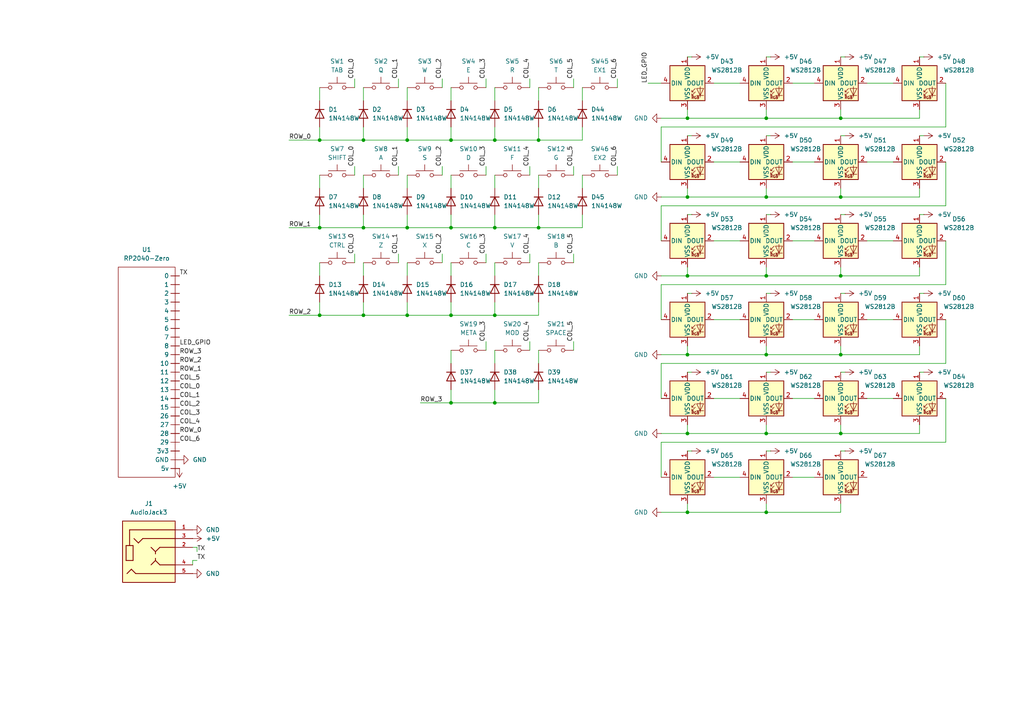
<source format=kicad_sch>
(kicad_sch (version 20250114) (generator "eeschema") (generator_version "9.0")
  (paper "A4")
  (title_block (title "travyboard left"))
  (junction (at 222.25 148.59))
  (junction (at 118.11 40.64))
  (junction (at 222.25 34.29))
  (junction (at 143.51 66.04))
  (junction (at 118.11 66.04))
  (junction (at 199.39 148.59))
  (junction (at 105.41 66.04))
  (junction (at 222.25 102.87))
  (junction (at 199.39 80.01))
  (junction (at 130.81 66.04))
  (junction (at 156.21 66.04))
  (junction (at 118.11 91.44))
  (junction (at 92.71 40.64))
  (junction (at 199.39 57.15))
  (junction (at 130.81 40.64))
  (junction (at 243.84 34.29))
  (junction (at 105.41 40.64))
  (junction (at 243.84 57.15))
  (junction (at 222.25 125.73))
  (junction (at 92.71 66.04))
  (junction (at 156.21 40.64))
  (junction (at 92.71 91.44))
  (junction (at 105.41 91.44))
  (junction (at 199.39 102.87))
  (junction (at 222.25 80.01))
  (junction (at 130.81 116.84))
  (junction (at 222.25 57.15))
  (junction (at 243.84 102.87))
  (junction (at 143.51 40.64))
  (junction (at 243.84 125.73))
  (junction (at 130.81 91.44))
  (junction (at 199.39 34.29))
  (junction (at 143.51 116.84))
  (junction (at 243.84 80.01))
  (junction (at 199.39 125.73))
  (junction (at 143.51 91.44))
  (wire (pts (xy 92.71 76.2) (xy 92.71 80.01)))
  (wire (pts (xy 105.41 50.8) (xy 105.41 54.61)))
  (wire (pts (xy 179.07 22.86) (xy 179.07 25.4)))
  (wire (pts (xy 229.87 92.71) (xy 236.22 92.71)))
  (wire (pts (xy 168.91 62.23) (xy 168.91 66.04)))
  (wire (pts (xy 105.41 87.63) (xy 105.41 91.44)))
  (wire (pts (xy 243.84 57.15) (xy 266.7 57.15)))
  (wire (pts (xy 105.41 62.23) (xy 105.41 66.04)))
  (wire (pts (xy 168.91 25.4) (xy 168.91 29.21)))
  (wire (pts (xy 267.97 107.95) (xy 266.7 107.95)))
  (wire (pts (xy 251.46 69.85) (xy 259.08 69.85)))
  (wire (pts (xy 243.84 80.01) (xy 266.7 80.01)))
  (wire (pts (xy 207.01 138.43) (xy 214.63 138.43)))
  (wire (pts (xy 191.77 128.27) (xy 191.77 138.43)))
  (wire (pts (xy 243.84 34.29) (xy 243.84 31.75)))
  (wire (pts (xy 153.67 22.86) (xy 153.67 25.4)))
  (wire (pts (xy 251.46 115.57) (xy 259.08 115.57)))
  (wire (pts (xy 130.81 87.63) (xy 130.81 91.44)))
  (wire (pts (xy 105.41 66.04) (xy 118.11 66.04)))
  (wire (pts (xy 222.25 123.19) (xy 222.25 125.73)))
  (wire (pts (xy 199.39 102.87) (xy 222.25 102.87)))
  (wire (pts (xy 118.11 91.44) (xy 130.81 91.44)))
  (wire (pts (xy 222.25 31.75) (xy 222.25 34.29)))
  (wire (pts (xy 118.11 50.8) (xy 118.11 54.61)))
  (wire (pts (xy 199.39 34.29) (xy 199.39 31.75)))
  (wire (pts (xy 243.84 57.15) (xy 243.84 54.61)))
  (wire (pts (xy 223.52 62.23) (xy 222.25 62.23)))
  (wire (pts (xy 245.11 107.95) (xy 243.84 107.95)))
  (wire (pts (xy 130.81 25.4) (xy 130.81 29.21)))
  (wire (pts (xy 199.39 80.01) (xy 199.39 77.47)))
  (wire (pts (xy 118.11 25.4) (xy 118.11 29.21)))
  (wire (pts (xy 105.41 25.4) (xy 105.41 29.21)))
  (wire (pts (xy 274.32 59.69) (xy 191.77 59.69)))
  (wire (pts (xy 207.01 24.13) (xy 214.63 24.13)))
  (wire (pts (xy 130.81 50.8) (xy 130.81 54.61)))
  (wire (pts (xy 223.52 85.09) (xy 222.25 85.09)))
  (wire (pts (xy 199.39 148.59) (xy 222.25 148.59)))
  (wire (pts (xy 207.01 69.85) (xy 214.63 69.85)))
  (wire (pts (xy 130.81 101.6) (xy 130.81 105.41)))
  (wire (pts (xy 274.32 24.13) (xy 274.32 36.83)))
  (wire (pts (xy 130.81 66.04) (xy 143.51 66.04)))
  (wire (pts (xy 199.39 102.87) (xy 199.39 100.33)))
  (wire (pts (xy 267.97 85.09) (xy 266.7 85.09)))
  (wire (pts (xy 153.67 73.66) (xy 153.67 76.2)))
  (wire (pts (xy 143.51 40.64) (xy 156.21 40.64)))
  (wire (pts (xy 143.51 113.03) (xy 143.51 116.84)))
  (wire (pts (xy 92.71 50.8) (xy 92.71 54.61)))
  (wire (pts (xy 156.21 25.4) (xy 156.21 29.21)))
  (wire (pts (xy 245.11 16.51) (xy 243.84 16.51)))
  (wire (pts (xy 191.77 102.87) (xy 199.39 102.87)))
  (wire (pts (xy 143.51 25.4) (xy 143.51 29.21)))
  (wire (pts (xy 229.87 115.57) (xy 236.22 115.57)))
  (wire (pts (xy 223.52 39.37) (xy 222.25 39.37)))
  (wire (pts (xy 191.77 34.29) (xy 199.39 34.29)))
  (wire (pts (xy 115.57 22.86) (xy 115.57 25.4)))
  (wire (pts (xy 92.71 36.83) (xy 92.71 40.64)))
  (wire (pts (xy 266.7 100.33) (xy 266.7 102.87)))
  (wire (pts (xy 57.15 162.56) (xy 55.88 162.56)))
  (wire (pts (xy 83.82 40.64) (xy 92.71 40.64)))
  (wire (pts (xy 200.66 107.95) (xy 199.39 107.95)))
  (wire (pts (xy 130.81 91.44) (xy 143.51 91.44)))
  (wire (pts (xy 207.01 115.57) (xy 214.63 115.57)))
  (wire (pts (xy 105.41 76.2) (xy 105.41 80.01)))
  (wire (pts (xy 187.96 24.13) (xy 191.77 24.13)))
  (wire (pts (xy 140.97 22.86) (xy 140.97 25.4)))
  (wire (pts (xy 168.91 36.83) (xy 168.91 40.64)))
  (wire (pts (xy 274.32 36.83) (xy 191.77 36.83)))
  (wire (pts (xy 143.51 87.63) (xy 143.51 91.44)))
  (wire (pts (xy 57.15 158.75) (xy 55.88 158.75)))
  (wire (pts (xy 140.97 73.66) (xy 140.97 76.2)))
  (wire (pts (xy 92.71 87.63) (xy 92.71 91.44)))
  (wire (pts (xy 222.25 77.47) (xy 222.25 80.01)))
  (wire (pts (xy 156.21 116.84) (xy 156.21 113.03)))
  (wire (pts (xy 191.77 36.83) (xy 191.77 46.99)))
  (wire (pts (xy 118.11 76.2) (xy 118.11 80.01)))
  (wire (pts (xy 118.11 36.83) (xy 118.11 40.64)))
  (wire (pts (xy 156.21 50.8) (xy 156.21 54.61)))
  (wire (pts (xy 143.51 66.04) (xy 156.21 66.04)))
  (wire (pts (xy 199.39 125.73) (xy 199.39 123.19)))
  (wire (pts (xy 156.21 101.6) (xy 156.21 105.41)))
  (wire (pts (xy 92.71 66.04) (xy 105.41 66.04)))
  (wire (pts (xy 199.39 125.73) (xy 222.25 125.73)))
  (wire (pts (xy 223.52 107.95) (xy 222.25 107.95)))
  (wire (pts (xy 222.25 34.29) (xy 243.84 34.29)))
  (wire (pts (xy 118.11 87.63) (xy 118.11 91.44)))
  (wire (pts (xy 229.87 46.99) (xy 236.22 46.99)))
  (wire (pts (xy 191.77 125.73) (xy 199.39 125.73)))
  (wire (pts (xy 222.25 100.33) (xy 222.25 102.87)))
  (wire (pts (xy 274.32 92.71) (xy 274.32 105.41)))
  (wire (pts (xy 245.11 62.23) (xy 243.84 62.23)))
  (wire (pts (xy 153.67 99.06) (xy 153.67 101.6)))
  (wire (pts (xy 143.51 50.8) (xy 143.51 54.61)))
  (wire (pts (xy 199.39 148.59) (xy 199.39 146.05)))
  (wire (pts (xy 156.21 62.23) (xy 156.21 66.04)))
  (wire (pts (xy 191.77 82.55) (xy 191.77 92.71)))
  (wire (pts (xy 251.46 24.13) (xy 259.08 24.13)))
  (wire (pts (xy 274.32 115.57) (xy 274.32 128.27)))
  (wire (pts (xy 245.11 85.09) (xy 243.84 85.09)))
  (wire (pts (xy 115.57 73.66) (xy 115.57 76.2)))
  (wire (pts (xy 143.51 116.84) (xy 156.21 116.84)))
  (wire (pts (xy 156.21 36.83) (xy 156.21 40.64)))
  (wire (pts (xy 266.7 123.19) (xy 266.7 125.73)))
  (wire (pts (xy 274.32 105.41) (xy 191.77 105.41)))
  (wire (pts (xy 156.21 40.64) (xy 168.91 40.64)))
  (wire (pts (xy 245.11 39.37) (xy 243.84 39.37)))
  (wire (pts (xy 222.25 146.05) (xy 222.25 148.59)))
  (wire (pts (xy 243.84 125.73) (xy 243.84 123.19)))
  (wire (pts (xy 243.84 102.87) (xy 266.7 102.87)))
  (wire (pts (xy 92.71 91.44) (xy 105.41 91.44)))
  (wire (pts (xy 274.32 82.55) (xy 191.77 82.55)))
  (wire (pts (xy 223.52 16.51) (xy 222.25 16.51)))
  (wire (pts (xy 105.41 40.64) (xy 118.11 40.64)))
  (wire (pts (xy 128.27 73.66) (xy 128.27 76.2)))
  (wire (pts (xy 200.66 62.23) (xy 199.39 62.23)))
  (wire (pts (xy 102.87 48.26) (xy 102.87 50.8)))
  (wire (pts (xy 266.7 77.47) (xy 266.7 80.01)))
  (wire (pts (xy 83.82 66.04) (xy 92.71 66.04)))
  (wire (pts (xy 143.51 101.6) (xy 143.51 105.41)))
  (wire (pts (xy 168.91 50.8) (xy 168.91 54.61)))
  (wire (pts (xy 92.71 62.23) (xy 92.71 66.04)))
  (wire (pts (xy 130.81 36.83) (xy 130.81 40.64)))
  (wire (pts (xy 191.77 57.15) (xy 199.39 57.15)))
  (wire (pts (xy 207.01 46.99) (xy 214.63 46.99)))
  (wire (pts (xy 200.66 130.81) (xy 199.39 130.81)))
  (wire (pts (xy 128.27 48.26) (xy 128.27 50.8)))
  (wire (pts (xy 251.46 46.99) (xy 259.08 46.99)))
  (wire (pts (xy 128.27 22.86) (xy 128.27 25.4)))
  (wire (pts (xy 199.39 34.29) (xy 222.25 34.29)))
  (wire (pts (xy 115.57 48.26) (xy 115.57 50.8)))
  (wire (pts (xy 191.77 148.59) (xy 199.39 148.59)))
  (wire (pts (xy 274.32 69.85) (xy 274.32 82.55)))
  (wire (pts (xy 191.77 59.69) (xy 191.77 69.85)))
  (wire (pts (xy 179.07 48.26) (xy 179.07 50.8)))
  (wire (pts (xy 229.87 24.13) (xy 236.22 24.13)))
  (wire (pts (xy 243.84 148.59) (xy 243.84 146.05)))
  (wire (pts (xy 83.82 91.44) (xy 92.71 91.44)))
  (wire (pts (xy 222.25 125.73) (xy 243.84 125.73)))
  (wire (pts (xy 222.25 54.61) (xy 222.25 57.15)))
  (wire (pts (xy 166.37 73.66) (xy 166.37 76.2)))
  (wire (pts (xy 105.41 91.44) (xy 118.11 91.44)))
  (wire (pts (xy 199.39 57.15) (xy 199.39 54.61)))
  (wire (pts (xy 243.84 125.73) (xy 266.7 125.73)))
  (wire (pts (xy 191.77 105.41) (xy 191.77 115.57)))
  (wire (pts (xy 153.67 48.26) (xy 153.67 50.8)))
  (wire (pts (xy 156.21 66.04) (xy 168.91 66.04)))
  (wire (pts (xy 274.32 46.99) (xy 274.32 59.69)))
  (wire (pts (xy 266.7 31.75) (xy 266.7 34.29)))
  (wire (pts (xy 200.66 85.09) (xy 199.39 85.09)))
  (wire (pts (xy 140.97 99.06) (xy 140.97 101.6)))
  (wire (pts (xy 243.84 102.87) (xy 243.84 100.33)))
  (wire (pts (xy 267.97 16.51) (xy 266.7 16.51)))
  (wire (pts (xy 207.01 92.71) (xy 214.63 92.71)))
  (wire (pts (xy 102.87 22.86) (xy 102.87 25.4)))
  (wire (pts (xy 229.87 69.85) (xy 236.22 69.85)))
  (wire (pts (xy 143.51 76.2) (xy 143.51 80.01)))
  (wire (pts (xy 222.25 57.15) (xy 243.84 57.15)))
  (wire (pts (xy 229.87 138.43) (xy 236.22 138.43)))
  (wire (pts (xy 55.88 162.56) (xy 55.88 163.83)))
  (wire (pts (xy 191.77 80.01) (xy 199.39 80.01)))
  (wire (pts (xy 105.41 36.83) (xy 105.41 40.64)))
  (wire (pts (xy 251.46 92.71) (xy 259.08 92.71)))
  (wire (pts (xy 200.66 39.37) (xy 199.39 39.37)))
  (wire (pts (xy 274.32 128.27) (xy 191.77 128.27)))
  (wire (pts (xy 143.51 91.44) (xy 156.21 91.44)))
  (wire (pts (xy 199.39 80.01) (xy 222.25 80.01)))
  (wire (pts (xy 130.81 40.64) (xy 143.51 40.64)))
  (wire (pts (xy 243.84 80.01) (xy 243.84 77.47)))
  (wire (pts (xy 199.39 57.15) (xy 222.25 57.15)))
  (wire (pts (xy 143.51 62.23) (xy 143.51 66.04)))
  (wire (pts (xy 102.87 73.66) (xy 102.87 76.2)))
  (wire (pts (xy 245.11 130.81) (xy 243.84 130.81)))
  (wire (pts (xy 92.71 25.4) (xy 92.71 29.21)))
  (wire (pts (xy 166.37 22.86) (xy 166.37 25.4)))
  (wire (pts (xy 57.15 160.02) (xy 57.15 158.75)))
  (wire (pts (xy 121.92 116.84) (xy 130.81 116.84)))
  (wire (pts (xy 130.81 116.84) (xy 143.51 116.84)))
  (wire (pts (xy 222.25 102.87) (xy 243.84 102.87)))
  (wire (pts (xy 130.81 113.03) (xy 130.81 116.84)))
  (wire (pts (xy 266.7 54.61) (xy 266.7 57.15)))
  (wire (pts (xy 200.66 16.51) (xy 199.39 16.51)))
  (wire (pts (xy 118.11 62.23) (xy 118.11 66.04)))
  (wire (pts (xy 130.81 76.2) (xy 130.81 80.01)))
  (wire (pts (xy 166.37 48.26) (xy 166.37 50.8)))
  (wire (pts (xy 222.25 148.59) (xy 243.84 148.59)))
  (wire (pts (xy 222.25 80.01) (xy 243.84 80.01)))
  (wire (pts (xy 267.97 39.37) (xy 266.7 39.37)))
  (wire (pts (xy 140.97 48.26) (xy 140.97 50.8)))
  (wire (pts (xy 118.11 40.64) (xy 130.81 40.64)))
  (wire (pts (xy 156.21 76.2) (xy 156.21 80.01)))
  (wire (pts (xy 243.84 34.29) (xy 266.7 34.29)))
  (wire (pts (xy 92.71 40.64) (xy 105.41 40.64)))
  (wire (pts (xy 130.81 62.23) (xy 130.81 66.04)))
  (wire (pts (xy 156.21 87.63) (xy 156.21 91.44)))
  (wire (pts (xy 118.11 66.04) (xy 130.81 66.04)))
  (wire (pts (xy 143.51 36.83) (xy 143.51 40.64)))
  (wire (pts (xy 267.97 62.23) (xy 266.7 62.23)))
  (wire (pts (xy 223.52 130.81) (xy 222.25 130.81)))
  (wire (pts (xy 166.37 99.06) (xy 166.37 101.6)))
  (label "TX" (at 57.15 162.56 0))
  (label "COL_3" (at 140.97 99.06 90))
  (label "COL_1" (at 52.07 115.57 0))
  (label "COL_5" (at 52.07 110.49 0))
  (label "COL_1" (at 115.57 48.26 90))
  (label "LED_GPIO" (at 52.07 100.33 0))
  (label "ROW_1" (at 52.07 107.95 0))
  (label "COL_6" (at 179.07 48.26 90))
  (label "COL_4" (at 153.67 73.66 90))
  (label "COL_0" (at 102.87 48.26 90))
  (label "TX" (at 52.07 80.01 0))
  (label "COL_3" (at 140.97 73.66 90))
  (label "COL_1" (at 115.57 22.86 90))
  (label "COL_5" (at 166.37 22.86 90))
  (label "ROW_0" (at 83.82 40.64 0))
  (label "COL_4" (at 52.07 123.19 0))
  (label "ROW_0" (at 52.07 125.73 0))
  (label "TX" (at 57.15 160.02 0))
  (label "ROW_1" (at 83.82 66.04 0))
  (label "COL_4" (at 153.67 99.06 90))
  (label "COL_2" (at 128.27 48.26 90))
  (label "COL_5" (at 166.37 73.66 90))
  (label "COL_5" (at 166.37 48.26 90))
  (label "ROW_2" (at 83.82 91.44 0))
  (label "COL_3" (at 140.97 22.86 90))
  (label "LED_GPIO" (at 187.96 24.13 90))
  (label "ROW_3" (at 121.92 116.84 0))
  (label "COL_6" (at 52.07 128.27 0))
  (label "COL_3" (at 140.97 48.26 90))
  (label "COL_0" (at 102.87 22.86 90))
  (label "COL_0" (at 102.87 73.66 90))
  (label "COL_6" (at 179.07 22.86 90))
  (label "COL_0" (at 52.07 113.03 0))
  (label "COL_2" (at 128.27 22.86 90))
  (label "COL_5" (at 166.37 99.06 90))
  (label "COL_4" (at 153.67 22.86 90))
  (label "COL_2" (at 128.27 73.66 90))
  (label "COL_2" (at 52.07 118.11 0))
  (label "COL_3" (at 52.07 120.65 0))
  (label "ROW_3" (at 52.07 102.87 0))
  (label "COL_4" (at 153.67 48.26 90))
  (label "COL_1" (at 115.57 73.66 90))
  (label "ROW_2" (at 52.07 105.41 0))
  (symbol (lib_id "LED:WS2812B") (at 243.84 46.99 0) (unit 1)
    (property "Reference" "D51" (at 255.27 40.6714 0))
    (property "Value" "WS2812B" (at 255.27 43.2114 0))
    (property "Footprint" "LED_SMD:LED_WS2812B_PLCC4_5.0x5.0mm_P3.2mm" (effects (hide yes)))
    (property "Datasheet" "https://cdn-shop.adafruit.com/datasheets/WS2812B.pdf" (effects (hide yes)))
    (property "Description" "RGB LED with integrated controller" (effects (hide yes)))
  )
  (symbol (lib_id "LED:WS2812B") (at 222.25 24.13 0) (unit 1)
    (property "Reference" "D46" (at 233.68 17.8114 0))
    (property "Value" "WS2812B" (at 233.68 20.3514 0))
    (property "Footprint" "LED_SMD:LED_WS2812B_PLCC4_5.0x5.0mm_P3.2mm" (effects (hide yes)))
    (property "Datasheet" "https://cdn-shop.adafruit.com/datasheets/WS2812B.pdf" (effects (hide yes)))
    (property "Description" "RGB LED with integrated controller" (effects (hide yes)))
  )
  (symbol (lib_id "power:GND") (at 52.07 133.35 90) (unit 1)
    (property "Reference" "#PWR052" (effects (hide yes)))
    (property "Value" "GND" (at 55.88 133.3499 90) (effects (justify right)))
    (property "Description" "Power symbol creates a global label with name \"GND\" , ground" (effects (hide yes)))
  )
  (symbol (lib_id "LED:WS2812B") (at 266.7 46.99 0) (unit 1)
    (property "Reference" "D52" (at 278.13 40.6714 0))
    (property "Value" "WS2812B" (at 278.13 43.2114 0))
    (property "Footprint" "LED_SMD:LED_WS2812B_PLCC4_5.0x5.0mm_P3.2mm" (effects (hide yes)))
    (property "Datasheet" "https://cdn-shop.adafruit.com/datasheets/WS2812B.pdf" (effects (hide yes)))
    (property "Description" "RGB LED with integrated controller" (effects (hide yes)))
  )
  (symbol (lib_id "LED:WS2812B") (at 266.7 24.13 0) (unit 1)
    (property "Reference" "D48" (at 278.13 17.8114 0))
    (property "Value" "WS2812B" (at 278.13 20.3514 0))
    (property "Footprint" "LED_SMD:LED_WS2812B_PLCC4_5.0x5.0mm_P3.2mm" (effects (hide yes)))
    (property "Datasheet" "https://cdn-shop.adafruit.com/datasheets/WS2812B.pdf" (effects (hide yes)))
    (property "Description" "RGB LED with integrated controller" (effects (hide yes)))
  )
  (symbol (lib_id "Diode:1N4148W") (at 130.81 58.42 270) (unit 1)
    (property "Reference" "D10" (at 133.35 57.1499 90) (effects (justify left)))
    (property "Value" "1N4148W" (at 133.35 59.6899 90) (effects (justify left)))
    (property "Footprint" "Diode_SMD:D_SOD-123" (effects (hide yes)))
    (property "Datasheet" "https://www.vishay.com/docs/85748/1n4148w.pdf" (effects (hide yes)))
    (property "Description" "75V 0.15A Fast Switching Diode, SOD-123" (effects (hide yes)))
    (property "Sim.Device" "D" (effects (hide yes)))
    (property "Sim.Pins" "1=K 2=A" (effects (hide yes)))
  )
  (symbol (lib_id "power:+5V") (at 223.52 107.95 270) (unit 1)
    (property "Reference" "#PWR050" (effects (hide yes)))
    (property "Value" "+5V" (at 227.33 107.9499 90) (effects (justify left)))
    (property "Description" "Power symbol creates a global label with name \"+5V\"" (effects (hide yes)))
  )
  (symbol (lib_id "Switch:SW_Push") (at 123.19 25.4 0) (unit 1)
    (property "Reference" "SW3" (at 123.19 17.78 0))
    (property "Value" "W" (at 123.19 20.32 0))
    (property "Footprint" "kbd:CherryMX_Hotswap" (effects (hide yes)))
    (property "Description" "Push button switch, generic, two pins" (effects (hide yes)))
  )
  (symbol (lib_id "Diode:1N4148W") (at 130.81 33.02 270) (unit 1)
    (property "Reference" "D4" (at 133.35 31.7499 90) (effects (justify left)))
    (property "Value" "1N4148W" (at 133.35 34.2899 90) (effects (justify left)))
    (property "Footprint" "Diode_SMD:D_SOD-123" (effects (hide yes)))
    (property "Datasheet" "https://www.vishay.com/docs/85748/1n4148w.pdf" (effects (hide yes)))
    (property "Description" "75V 0.15A Fast Switching Diode, SOD-123" (effects (hide yes)))
    (property "Sim.Device" "D" (effects (hide yes)))
    (property "Sim.Pins" "1=K 2=A" (effects (hide yes)))
  )
  (symbol (lib_id "LED:WS2812B") (at 243.84 115.57 0) (unit 1)
    (property "Reference" "D63" (at 255.27 109.2514 0))
    (property "Value" "WS2812B" (at 255.27 111.7914 0))
    (property "Footprint" "LED_SMD:LED_WS2812B_PLCC4_5.0x5.0mm_P3.2mm" (effects (hide yes)))
    (property "Datasheet" "https://cdn-shop.adafruit.com/datasheets/WS2812B.pdf" (effects (hide yes)))
    (property "Description" "RGB LED with integrated controller" (effects (hide yes)))
  )
  (symbol (lib_id "Switch:SW_Push") (at 148.59 76.2 0) (unit 1)
    (property "Reference" "SW17" (at 148.59 68.58 0))
    (property "Value" "V" (at 148.59 71.12 0))
    (property "Footprint" "kbd:CherryMX_Hotswap" (effects (hide yes)))
    (property "Description" "Push button switch, generic, two pins" (effects (hide yes)))
  )
  (symbol (lib_id "power:+5V") (at 223.52 16.51 270) (unit 1)
    (property "Reference" "#PWR047" (effects (hide yes)))
    (property "Value" "+5V" (at 227.33 16.5099 90) (effects (justify left)))
    (property "Description" "Power symbol creates a global label with name \"+5V\"" (effects (hide yes)))
  )
  (symbol (lib_id "power:+5V") (at 267.97 16.51 270) (unit 1)
    (property "Reference" "#PWR045" (effects (hide yes)))
    (property "Value" "+5V" (at 271.78 16.5099 90) (effects (justify left)))
    (property "Description" "Power symbol creates a global label with name \"+5V\"" (effects (hide yes)))
  )
  (symbol (lib_id "Diode:1N4148W") (at 92.71 33.02 270) (unit 1)
    (property "Reference" "D1" (at 95.25 31.7499 90) (effects (justify left)))
    (property "Value" "1N4148W" (at 95.25 34.2899 90) (effects (justify left)))
    (property "Footprint" "Diode_SMD:D_SOD-123" (effects (hide yes)))
    (property "Datasheet" "https://www.vishay.com/docs/85748/1n4148w.pdf" (effects (hide yes)))
    (property "Description" "75V 0.15A Fast Switching Diode, SOD-123" (effects (hide yes)))
    (property "Sim.Device" "D" (effects (hide yes)))
    (property "Sim.Pins" "1=K 2=A" (effects (hide yes)))
  )
  (symbol (lib_id "power:+5V") (at 223.52 62.23 270) (unit 1)
    (property "Reference" "#PWR038" (effects (hide yes)))
    (property "Value" "+5V" (at 227.33 62.2299 90) (effects (justify left)))
    (property "Description" "Power symbol creates a global label with name \"+5V\"" (effects (hide yes)))
  )
  (symbol (lib_id "power:GND") (at 191.77 57.15 270) (unit 1)
    (property "Reference" "#PWR054" (effects (hide yes)))
    (property "Value" "GND" (at 187.96 57.1499 90) (effects (justify right)))
    (property "Description" "Power symbol creates a global label with name \"GND\" , ground" (effects (hide yes)))
  )
  (symbol (lib_id "Diode:1N4148W") (at 156.21 83.82 270) (unit 1)
    (property "Reference" "D18" (at 158.75 82.5499 90) (effects (justify left)))
    (property "Value" "1N4148W" (at 158.75 85.0899 90) (effects (justify left)))
    (property "Footprint" "Diode_SMD:D_SOD-123" (effects (hide yes)))
    (property "Datasheet" "https://www.vishay.com/docs/85748/1n4148w.pdf" (effects (hide yes)))
    (property "Description" "75V 0.15A Fast Switching Diode, SOD-123" (effects (hide yes)))
    (property "Sim.Device" "D" (effects (hide yes)))
    (property "Sim.Pins" "1=K 2=A" (effects (hide yes)))
  )
  (symbol (lib_id "Switch:SW_Push") (at 161.29 25.4 0) (unit 1)
    (property "Reference" "SW6" (at 161.29 17.78 0))
    (property "Value" "T" (at 161.29 20.32 0))
    (property "Footprint" "kbd:CherryMX_Hotswap" (effects (hide yes)))
    (property "Description" "Push button switch, generic, two pins" (effects (hide yes)))
  )
  (symbol (lib_id "power:+5V") (at 200.66 107.95 270) (unit 1)
    (property "Reference" "#PWR049" (effects (hide yes)))
    (property "Value" "+5V" (at 204.47 107.9499 90) (effects (justify left)))
    (property "Description" "Power symbol creates a global label with name \"+5V\"" (effects (hide yes)))
  )
  (symbol (lib_id "Diode:1N4148W") (at 156.21 33.02 270) (unit 1)
    (property "Reference" "D6" (at 158.75 31.7499 90) (effects (justify left)))
    (property "Value" "1N4148W" (at 158.75 34.2899 90) (effects (justify left)))
    (property "Footprint" "Diode_SMD:D_SOD-123" (effects (hide yes)))
    (property "Datasheet" "https://www.vishay.com/docs/85748/1n4148w.pdf" (effects (hide yes)))
    (property "Description" "75V 0.15A Fast Switching Diode, SOD-123" (effects (hide yes)))
    (property "Sim.Device" "D" (effects (hide yes)))
    (property "Sim.Pins" "1=K 2=A" (effects (hide yes)))
  )
  (symbol (lib_id "LED:WS2812B") (at 222.25 69.85 0) (unit 1)
    (property "Reference" "D54" (at 233.68 63.5314 0))
    (property "Value" "WS2812B" (at 233.68 66.0714 0))
    (property "Footprint" "LED_SMD:LED_WS2812B_PLCC4_5.0x5.0mm_P3.2mm" (effects (hide yes)))
    (property "Datasheet" "https://cdn-shop.adafruit.com/datasheets/WS2812B.pdf" (effects (hide yes)))
    (property "Description" "RGB LED with integrated controller" (effects (hide yes)))
  )
  (symbol (lib_id "RP2040-Zero:RP2040-Zero") (at 41.91 83.82 0) (unit 1)
    (property "Reference" "U1" (at 42.545 72.39 0))
    (property "Value" "RP2040-Zero" (at 42.545 74.93 0))
    (property "Footprint" "RP2040-Zero:RP2040-Zero" (effects (hide yes)))
  )
  (symbol (lib_id "Diode:1N4148W") (at 105.41 58.42 270) (unit 1)
    (property "Reference" "D8" (at 107.95 57.1499 90) (effects (justify left)))
    (property "Value" "1N4148W" (at 107.95 59.6899 90) (effects (justify left)))
    (property "Footprint" "Diode_SMD:D_SOD-123" (effects (hide yes)))
    (property "Datasheet" "https://www.vishay.com/docs/85748/1n4148w.pdf" (effects (hide yes)))
    (property "Description" "75V 0.15A Fast Switching Diode, SOD-123" (effects (hide yes)))
    (property "Sim.Device" "D" (effects (hide yes)))
    (property "Sim.Pins" "1=K 2=A" (effects (hide yes)))
  )
  (symbol (lib_id "Switch:SW_Push") (at 173.99 25.4 0) (unit 1)
    (property "Reference" "SW45" (at 173.99 17.78 0))
    (property "Value" "EX1" (at 173.99 20.32 0))
    (property "Footprint" "kbd:CherryMX_Hotswap" (effects (hide yes)))
    (property "Description" "Push button switch, generic, two pins" (effects (hide yes)))
  )
  (symbol (lib_id "LED:WS2812B") (at 266.7 69.85 0) (unit 1)
    (property "Reference" "D56" (at 278.13 63.5314 0))
    (property "Value" "WS2812B" (at 278.13 66.0714 0))
    (property "Footprint" "LED_SMD:LED_WS2812B_PLCC4_5.0x5.0mm_P3.2mm" (effects (hide yes)))
    (property "Datasheet" "https://cdn-shop.adafruit.com/datasheets/WS2812B.pdf" (effects (hide yes)))
    (property "Description" "RGB LED with integrated controller" (effects (hide yes)))
  )
  (symbol (lib_id "Diode:1N4148W") (at 92.71 83.82 270) (unit 1)
    (property "Reference" "D13" (at 95.25 82.5499 90) (effects (justify left)))
    (property "Value" "1N4148W" (at 95.25 85.0899 90) (effects (justify left)))
    (property "Footprint" "Diode_SMD:D_SOD-123" (effects (hide yes)))
    (property "Datasheet" "https://www.vishay.com/docs/85748/1n4148w.pdf" (effects (hide yes)))
    (property "Description" "75V 0.15A Fast Switching Diode, SOD-123" (effects (hide yes)))
    (property "Sim.Device" "D" (effects (hide yes)))
    (property "Sim.Pins" "1=K 2=A" (effects (hide yes)))
  )
  (symbol (lib_id "Switch:SW_Push") (at 110.49 25.4 0) (unit 1)
    (property "Reference" "SW2" (at 110.49 17.78 0))
    (property "Value" "Q" (at 110.49 20.32 0))
    (property "Footprint" "kbd:CherryMX_Hotswap" (effects (hide yes)))
    (property "Description" "Push button switch, generic, two pins" (effects (hide yes)))
  )
  (symbol (lib_id "Diode:1N4148W") (at 143.51 109.22 270) (unit 1)
    (property "Reference" "D38" (at 146.05 107.9499 90) (effects (justify left)))
    (property "Value" "1N4148W" (at 146.05 110.4899 90) (effects (justify left)))
    (property "Footprint" "Diode_SMD:D_SOD-123" (effects (hide yes)))
    (property "Datasheet" "https://www.vishay.com/docs/85748/1n4148w.pdf" (effects (hide yes)))
    (property "Description" "75V 0.15A Fast Switching Diode, SOD-123" (effects (hide yes)))
    (property "Sim.Device" "D" (effects (hide yes)))
    (property "Sim.Pins" "1=K 2=A" (effects (hide yes)))
  )
  (symbol (lib_id "Diode:1N4148W") (at 92.71 58.42 270) (unit 1)
    (property "Reference" "D7" (at 95.25 57.1499 90) (effects (justify left)))
    (property "Value" "1N4148W" (at 95.25 59.6899 90) (effects (justify left)))
    (property "Footprint" "Diode_SMD:D_SOD-123" (effects (hide yes)))
    (property "Datasheet" "https://www.vishay.com/docs/85748/1n4148w.pdf" (effects (hide yes)))
    (property "Description" "75V 0.15A Fast Switching Diode, SOD-123" (effects (hide yes)))
    (property "Sim.Device" "D" (effects (hide yes)))
    (property "Sim.Pins" "1=K 2=A" (effects (hide yes)))
  )
  (symbol (lib_id "power:GND") (at 55.88 153.67 90) (unit 1)
    (property "Reference" "#PWR061" (effects (hide yes)))
    (property "Value" "GND" (at 59.69 153.6699 90) (effects (justify right)))
    (property "Description" "Power symbol creates a global label with name \"GND\" , ground" (effects (hide yes)))
  )
  (symbol (lib_id "Switch:SW_Push") (at 135.89 50.8 0) (unit 1)
    (property "Reference" "SW10" (at 135.89 43.18 0))
    (property "Value" "D" (at 135.89 45.72 0))
    (property "Footprint" "kbd:CherryMX_Hotswap" (effects (hide yes)))
    (property "Description" "Push button switch, generic, two pins" (effects (hide yes)))
  )
  (symbol (lib_id "Diode:1N4148W") (at 118.11 58.42 270) (unit 1)
    (property "Reference" "D9" (at 120.65 57.1499 90) (effects (justify left)))
    (property "Value" "1N4148W" (at 120.65 59.6899 90) (effects (justify left)))
    (property "Footprint" "Diode_SMD:D_SOD-123" (effects (hide yes)))
    (property "Datasheet" "https://www.vishay.com/docs/85748/1n4148w.pdf" (effects (hide yes)))
    (property "Description" "75V 0.15A Fast Switching Diode, SOD-123" (effects (hide yes)))
    (property "Sim.Device" "D" (effects (hide yes)))
    (property "Sim.Pins" "1=K 2=A" (effects (hide yes)))
  )
  (symbol (lib_id "power:+5V") (at 245.11 62.23 270) (unit 1)
    (property "Reference" "#PWR039" (effects (hide yes)))
    (property "Value" "+5V" (at 248.92 62.2299 90) (effects (justify left)))
    (property "Description" "Power symbol creates a global label with name \"+5V\"" (effects (hide yes)))
  )
  (symbol (lib_id "power:GND") (at 191.77 34.29 270) (unit 1)
    (property "Reference" "#PWR053" (effects (hide yes)))
    (property "Value" "GND" (at 187.96 34.2899 90) (effects (justify right)))
    (property "Description" "Power symbol creates a global label with name \"GND\" , ground" (effects (hide yes)))
  )
  (symbol (lib_id "power:+5V") (at 267.97 107.95 270) (unit 1)
    (property "Reference" "#PWR032" (effects (hide yes)))
    (property "Value" "+5V" (at 271.78 107.9499 90) (effects (justify left)))
    (property "Description" "Power symbol creates a global label with name \"+5V\"" (effects (hide yes)))
  )
  (symbol (lib_id "Diode:1N4148W") (at 156.21 109.22 270) (unit 1)
    (property "Reference" "D39" (at 158.75 107.9499 90) (effects (justify left)))
    (property "Value" "1N4148W" (at 158.75 110.4899 90) (effects (justify left)))
    (property "Footprint" "Diode_SMD:D_SOD-123" (effects (hide yes)))
    (property "Datasheet" "https://www.vishay.com/docs/85748/1n4148w.pdf" (effects (hide yes)))
    (property "Description" "75V 0.15A Fast Switching Diode, SOD-123" (effects (hide yes)))
    (property "Sim.Device" "D" (effects (hide yes)))
    (property "Sim.Pins" "1=K 2=A" (effects (hide yes)))
  )
  (symbol (lib_id "power:+5V") (at 200.66 62.23 270) (unit 1)
    (property "Reference" "#PWR037" (effects (hide yes)))
    (property "Value" "+5V" (at 204.47 62.2299 90) (effects (justify left)))
    (property "Description" "Power symbol creates a global label with name \"+5V\"" (effects (hide yes)))
  )
  (symbol (lib_id "Diode:1N4148W") (at 118.11 83.82 270) (unit 1)
    (property "Reference" "D15" (at 120.65 82.5499 90) (effects (justify left)))
    (property "Value" "1N4148W" (at 120.65 85.0899 90) (effects (justify left)))
    (property "Footprint" "Diode_SMD:D_SOD-123" (effects (hide yes)))
    (property "Datasheet" "https://www.vishay.com/docs/85748/1n4148w.pdf" (effects (hide yes)))
    (property "Description" "75V 0.15A Fast Switching Diode, SOD-123" (effects (hide yes)))
    (property "Sim.Device" "D" (effects (hide yes)))
    (property "Sim.Pins" "1=K 2=A" (effects (hide yes)))
  )
  (symbol (lib_id "Switch:SW_Push") (at 110.49 50.8 0) (unit 1)
    (property "Reference" "SW8" (at 110.49 43.18 0))
    (property "Value" "A" (at 110.49 45.72 0))
    (property "Footprint" "kbd:CherryMX_Hotswap" (effects (hide yes)))
    (property "Description" "Push button switch, generic, two pins" (effects (hide yes)))
  )
  (symbol (lib_id "LED:WS2812B") (at 199.39 138.43 0) (unit 1)
    (property "Reference" "D65" (at 210.82 132.1114 0))
    (property "Value" "WS2812B" (at 210.82 134.6514 0))
    (property "Footprint" "LED_SMD:LED_WS2812B_PLCC4_5.0x5.0mm_P3.2mm" (effects (hide yes)))
    (property "Datasheet" "https://cdn-shop.adafruit.com/datasheets/WS2812B.pdf" (effects (hide yes)))
    (property "Description" "RGB LED with integrated controller" (effects (hide yes)))
  )
  (symbol (lib_id "power:+5V") (at 55.88 156.21 270) (unit 1)
    (property "Reference" "#PWR028" (effects (hide yes)))
    (property "Value" "+5V" (at 59.69 156.2099 90) (effects (justify left)))
    (property "Description" "Power symbol creates a global label with name \"+5V\"" (effects (hide yes)))
  )
  (symbol (lib_id "LED:WS2812B") (at 199.39 92.71 0) (unit 1)
    (property "Reference" "D57" (at 210.82 86.3914 0))
    (property "Value" "WS2812B" (at 210.82 88.9314 0))
    (property "Footprint" "LED_SMD:LED_WS2812B_PLCC4_5.0x5.0mm_P3.2mm" (effects (hide yes)))
    (property "Datasheet" "https://cdn-shop.adafruit.com/datasheets/WS2812B.pdf" (effects (hide yes)))
    (property "Description" "RGB LED with integrated controller" (effects (hide yes)))
  )
  (symbol (lib_id "LED:WS2812B") (at 199.39 24.13 0) (unit 1)
    (property "Reference" "D43" (at 210.82 17.8114 0))
    (property "Value" "WS2812B" (at 210.82 20.3514 0))
    (property "Footprint" "LED_SMD:LED_WS2812B_PLCC4_5.0x5.0mm_P3.2mm" (effects (hide yes)))
    (property "Datasheet" "https://cdn-shop.adafruit.com/datasheets/WS2812B.pdf" (effects (hide yes)))
    (property "Description" "RGB LED with integrated controller" (effects (hide yes)))
  )
  (symbol (lib_id "power:+5V") (at 245.11 85.09 270) (unit 1)
    (property "Reference" "#PWR034" (effects (hide yes)))
    (property "Value" "+5V" (at 248.92 85.0899 90) (effects (justify left)))
    (property "Description" "Power symbol creates a global label with name \"+5V\"" (effects (hide yes)))
  )
  (symbol (lib_id "Diode:1N4148W") (at 105.41 33.02 270) (unit 1)
    (property "Reference" "D2" (at 107.95 31.7499 90) (effects (justify left)))
    (property "Value" "1N4148W" (at 107.95 34.2899 90) (effects (justify left)))
    (property "Footprint" "Diode_SMD:D_SOD-123" (effects (hide yes)))
    (property "Datasheet" "https://www.vishay.com/docs/85748/1n4148w.pdf" (effects (hide yes)))
    (property "Description" "75V 0.15A Fast Switching Diode, SOD-123" (effects (hide yes)))
    (property "Sim.Device" "D" (effects (hide yes)))
    (property "Sim.Pins" "1=K 2=A" (effects (hide yes)))
  )
  (symbol (lib_id "LED:WS2812B") (at 222.25 115.57 0) (unit 1)
    (property "Reference" "D62" (at 233.68 109.2514 0))
    (property "Value" "WS2812B" (at 233.68 111.7914 0))
    (property "Footprint" "LED_SMD:LED_WS2812B_PLCC4_5.0x5.0mm_P3.2mm" (effects (hide yes)))
    (property "Datasheet" "https://cdn-shop.adafruit.com/datasheets/WS2812B.pdf" (effects (hide yes)))
    (property "Description" "RGB LED with integrated controller" (effects (hide yes)))
  )
  (symbol (lib_id "power:+5V") (at 52.07 135.89 180) (unit 1)
    (property "Reference" "#PWR027" (effects (hide yes)))
    (property "Value" "+5V" (at 52.07 140.97 0))
    (property "Description" "Power symbol creates a global label with name \"+5V\"" (effects (hide yes)))
  )
  (symbol (lib_id "power:GND") (at 191.77 102.87 270) (unit 1)
    (property "Reference" "#PWR056" (effects (hide yes)))
    (property "Value" "GND" (at 187.96 102.8699 90) (effects (justify right)))
    (property "Description" "Power symbol creates a global label with name \"GND\" , ground" (effects (hide yes)))
  )
  (symbol (lib_id "power:+5V") (at 200.66 130.81 270) (unit 1)
    (property "Reference" "#PWR029" (effects (hide yes)))
    (property "Value" "+5V" (at 204.47 130.8099 90) (effects (justify left)))
    (property "Description" "Power symbol creates a global label with name \"+5V\"" (effects (hide yes)))
  )
  (symbol (lib_id "power:+5V") (at 245.11 16.51 270) (unit 1)
    (property "Reference" "#PWR046" (effects (hide yes)))
    (property "Value" "+5V" (at 248.92 16.5099 90) (effects (justify left)))
    (property "Description" "Power symbol creates a global label with name \"+5V\"" (effects (hide yes)))
  )
  (symbol (lib_id "trsJack:SJ-3501-SMT-TR") (at 43.18 158.75 0) (unit 1)
    (property "Reference" "J1" (at 43.18 146.05 0))
    (property "Value" "AudioJack3" (at 43.18 148.59 0))
    (property "Footprint" "trs-jack:CUI_SJ-3501-SMT-TR" (effects (hide yes)))
    (property "Description" "Audio Jack, 3 Poles (Stereo / TRS)" (effects (hide yes)))
    (property "PARTREV" "1.05" (effects (hide yes)))
    (property "STANDARD" "Manufacturer Recommendations" (effects (hide yes)))
    (property "MAXIMUM_PACKAGE_HEIGHT" "2.5mm" (effects (hide yes)))
    (property "MANUFACTURER" "CUI Devices" (effects (hide yes)))
  )
  (symbol (lib_id "Diode:1N4148W") (at 143.51 33.02 270) (unit 1)
    (property "Reference" "D5" (at 146.05 31.7499 90) (effects (justify left)))
    (property "Value" "1N4148W" (at 146.05 34.2899 90) (effects (justify left)))
    (property "Footprint" "Diode_SMD:D_SOD-123" (effects (hide yes)))
    (property "Datasheet" "https://www.vishay.com/docs/85748/1n4148w.pdf" (effects (hide yes)))
    (property "Description" "75V 0.15A Fast Switching Diode, SOD-123" (effects (hide yes)))
    (property "Sim.Device" "D" (effects (hide yes)))
    (property "Sim.Pins" "1=K 2=A" (effects (hide yes)))
  )
  (symbol (lib_id "power:GND") (at 191.77 80.01 270) (unit 1)
    (property "Reference" "#PWR055" (effects (hide yes)))
    (property "Value" "GND" (at 187.96 80.0099 90) (effects (justify right)))
    (property "Description" "Power symbol creates a global label with name \"GND\" , ground" (effects (hide yes)))
  )
  (symbol (lib_id "Diode:1N4148W") (at 143.51 83.82 270) (unit 1)
    (property "Reference" "D17" (at 146.05 82.5499 90) (effects (justify left)))
    (property "Value" "1N4148W" (at 146.05 85.0899 90) (effects (justify left)))
    (property "Footprint" "Diode_SMD:D_SOD-123" (effects (hide yes)))
    (property "Datasheet" "https://www.vishay.com/docs/85748/1n4148w.pdf" (effects (hide yes)))
    (property "Description" "75V 0.15A Fast Switching Diode, SOD-123" (effects (hide yes)))
    (property "Sim.Device" "D" (effects (hide yes)))
    (property "Sim.Pins" "1=K 2=A" (effects (hide yes)))
  )
  (symbol (lib_id "Switch:SW_Push") (at 161.29 76.2 0) (unit 1)
    (property "Reference" "SW18" (at 161.29 68.58 0))
    (property "Value" "B" (at 161.29 71.12 0))
    (property "Footprint" "kbd:CherryMX_Hotswap" (effects (hide yes)))
    (property "Description" "Push button switch, generic, two pins" (effects (hide yes)))
  )
  (symbol (lib_id "Switch:SW_Push") (at 97.79 50.8 0) (unit 1)
    (property "Reference" "SW7" (at 97.79 43.18 0))
    (property "Value" "SHIFT" (at 97.79 45.72 0))
    (property "Footprint" "kbd:CherryMX_Hotswap" (effects (hide yes)))
    (property "Description" "Push button switch, generic, two pins" (effects (hide yes)))
  )
  (symbol (lib_id "Switch:SW_Push") (at 148.59 101.6 0) (unit 1)
    (property "Reference" "SW20" (at 148.59 93.98 0))
    (property "Value" "MOD" (at 148.59 96.52 0))
    (property "Footprint" "kbd:CherryMX_Hotswap" (effects (hide yes)))
    (property "Description" "Push button switch, generic, two pins" (effects (hide yes)))
  )
  (symbol (lib_id "LED:WS2812B") (at 243.84 69.85 0) (unit 1)
    (property "Reference" "D55" (at 255.27 63.5314 0))
    (property "Value" "WS2812B" (at 255.27 66.0714 0))
    (property "Footprint" "LED_SMD:LED_WS2812B_PLCC4_5.0x5.0mm_P3.2mm" (effects (hide yes)))
    (property "Datasheet" "https://cdn-shop.adafruit.com/datasheets/WS2812B.pdf" (effects (hide yes)))
    (property "Description" "RGB LED with integrated controller" (effects (hide yes)))
  )
  (symbol (lib_id "Switch:SW_Push") (at 97.79 76.2 0) (unit 1)
    (property "Reference" "SW13" (at 97.79 68.58 0))
    (property "Value" "CTRL" (at 97.79 71.12 0))
    (property "Footprint" "kbd:CherryMX_Hotswap" (effects (hide yes)))
    (property "Description" "Push button switch, generic, two pins" (effects (hide yes)))
  )
  (symbol (lib_id "power:+5V") (at 245.11 39.37 270) (unit 1)
    (property "Reference" "#PWR043" (effects (hide yes)))
    (property "Value" "+5V" (at 248.92 39.3699 90) (effects (justify left)))
    (property "Description" "Power symbol creates a global label with name \"+5V\"" (effects (hide yes)))
  )
  (symbol (lib_id "LED:WS2812B") (at 222.25 46.99 0) (unit 1)
    (property "Reference" "D50" (at 233.68 40.6714 0))
    (property "Value" "WS2812B" (at 233.68 43.2114 0))
    (property "Footprint" "LED_SMD:LED_WS2812B_PLCC4_5.0x5.0mm_P3.2mm" (effects (hide yes)))
    (property "Datasheet" "https://cdn-shop.adafruit.com/datasheets/WS2812B.pdf" (effects (hide yes)))
    (property "Description" "RGB LED with integrated controller" (effects (hide yes)))
  )
  (symbol (lib_id "power:GND") (at 191.77 125.73 270) (unit 1)
    (property "Reference" "#PWR057" (effects (hide yes)))
    (property "Value" "GND" (at 187.96 125.7299 90) (effects (justify right)))
    (property "Description" "Power symbol creates a global label with name \"GND\" , ground" (effects (hide yes)))
  )
  (symbol (lib_id "Switch:SW_Push") (at 97.79 25.4 0) (unit 1)
    (property "Reference" "SW1" (at 97.79 17.78 0))
    (property "Value" "TAB" (at 97.79 20.32 0))
    (property "Footprint" "kbd:CherryMX_Hotswap" (effects (hide yes)))
    (property "Description" "Push button switch, generic, two pins" (effects (hide yes)))
  )
  (symbol (lib_id "Switch:SW_Push") (at 135.89 76.2 0) (unit 1)
    (property "Reference" "SW16" (at 135.89 68.58 0))
    (property "Value" "C" (at 135.89 71.12 0))
    (property "Footprint" "kbd:CherryMX_Hotswap" (effects (hide yes)))
    (property "Description" "Push button switch, generic, two pins" (effects (hide yes)))
  )
  (symbol (lib_id "Diode:1N4148W") (at 130.81 83.82 270) (unit 1)
    (property "Reference" "D16" (at 133.35 82.5499 90) (effects (justify left)))
    (property "Value" "1N4148W" (at 133.35 85.0899 90) (effects (justify left)))
    (property "Footprint" "Diode_SMD:D_SOD-123" (effects (hide yes)))
    (property "Datasheet" "https://www.vishay.com/docs/85748/1n4148w.pdf" (effects (hide yes)))
    (property "Description" "75V 0.15A Fast Switching Diode, SOD-123" (effects (hide yes)))
    (property "Sim.Device" "D" (effects (hide yes)))
    (property "Sim.Pins" "1=K 2=A" (effects (hide yes)))
  )
  (symbol (lib_id "Switch:SW_Push") (at 123.19 50.8 0) (unit 1)
    (property "Reference" "SW9" (at 123.19 43.18 0))
    (property "Value" "S" (at 123.19 45.72 0))
    (property "Footprint" "kbd:CherryMX_Hotswap" (effects (hide yes)))
    (property "Description" "Push button switch, generic, two pins" (effects (hide yes)))
  )
  (symbol (lib_id "power:+5V") (at 223.52 85.09 270) (unit 1)
    (property "Reference" "#PWR035" (effects (hide yes)))
    (property "Value" "+5V" (at 227.33 85.0899 90) (effects (justify left)))
    (property "Description" "Power symbol creates a global label with name \"+5V\"" (effects (hide yes)))
  )
  (symbol (lib_id "power:+5V") (at 245.11 130.81 270) (unit 1)
    (property "Reference" "#PWR031" (effects (hide yes)))
    (property "Value" "+5V" (at 248.92 130.8099 90) (effects (justify left)))
    (property "Description" "Power symbol creates a global label with name \"+5V\"" (effects (hide yes)))
  )
  (symbol (lib_id "power:+5V") (at 267.97 85.09 270) (unit 1)
    (property "Reference" "#PWR033" (effects (hide yes)))
    (property "Value" "+5V" (at 271.78 85.0899 90) (effects (justify left)))
    (property "Description" "Power symbol creates a global label with name \"+5V\"" (effects (hide yes)))
  )
  (symbol (lib_id "LED:WS2812B") (at 199.39 46.99 0) (unit 1)
    (property "Reference" "D49" (at 210.82 40.6714 0))
    (property "Value" "WS2812B" (at 210.82 43.2114 0))
    (property "Footprint" "LED_SMD:LED_WS2812B_PLCC4_5.0x5.0mm_P3.2mm" (effects (hide yes)))
    (property "Datasheet" "https://cdn-shop.adafruit.com/datasheets/WS2812B.pdf" (effects (hide yes)))
    (property "Description" "RGB LED with integrated controller" (effects (hide yes)))
  )
  (symbol (lib_id "Diode:1N4148W") (at 168.91 33.02 270) (unit 1)
    (property "Reference" "D44" (at 171.45 31.7499 90) (effects (justify left)))
    (property "Value" "1N4148W" (at 171.45 34.2899 90) (effects (justify left)))
    (property "Footprint" "Diode_SMD:D_SOD-123" (effects (hide yes)))
    (property "Datasheet" "https://www.vishay.com/docs/85748/1n4148w.pdf" (effects (hide yes)))
    (property "Description" "75V 0.15A Fast Switching Diode, SOD-123" (effects (hide yes)))
    (property "Sim.Device" "D" (effects (hide yes)))
    (property "Sim.Pins" "1=K 2=A" (effects (hide yes)))
  )
  (symbol (lib_id "LED:WS2812B") (at 222.25 92.71 0) (unit 1)
    (property "Reference" "D58" (at 233.68 86.3914 0))
    (property "Value" "WS2812B" (at 233.68 88.9314 0))
    (property "Footprint" "LED_SMD:LED_WS2812B_PLCC4_5.0x5.0mm_P3.2mm" (effects (hide yes)))
    (property "Datasheet" "https://cdn-shop.adafruit.com/datasheets/WS2812B.pdf" (effects (hide yes)))
    (property "Description" "RGB LED with integrated controller" (effects (hide yes)))
  )
  (symbol (lib_id "power:+5V") (at 223.52 130.81 270) (unit 1)
    (property "Reference" "#PWR030" (effects (hide yes)))
    (property "Value" "+5V" (at 227.33 130.8099 90) (effects (justify left)))
    (property "Description" "Power symbol creates a global label with name \"+5V\"" (effects (hide yes)))
  )
  (symbol (lib_id "Diode:1N4148W") (at 143.51 58.42 270) (unit 1)
    (property "Reference" "D11" (at 146.05 57.1499 90) (effects (justify left)))
    (property "Value" "1N4148W" (at 146.05 59.6899 90) (effects (justify left)))
    (property "Footprint" "Diode_SMD:D_SOD-123" (effects (hide yes)))
    (property "Datasheet" "https://www.vishay.com/docs/85748/1n4148w.pdf" (effects (hide yes)))
    (property "Description" "75V 0.15A Fast Switching Diode, SOD-123" (effects (hide yes)))
    (property "Sim.Device" "D" (effects (hide yes)))
    (property "Sim.Pins" "1=K 2=A" (effects (hide yes)))
  )
  (symbol (lib_id "Switch:SW_Push") (at 110.49 76.2 0) (unit 1)
    (property "Reference" "SW14" (at 110.49 68.58 0))
    (property "Value" "Z" (at 110.49 71.12 0))
    (property "Footprint" "kbd:CherryMX_Hotswap" (effects (hide yes)))
    (property "Description" "Push button switch, generic, two pins" (effects (hide yes)))
  )
  (symbol (lib_id "LED:WS2812B") (at 243.84 138.43 0) (unit 1)
    (property "Reference" "D67" (at 255.27 132.1114 0))
    (property "Value" "WS2812B" (at 255.27 134.6514 0))
    (property "Footprint" "LED_SMD:LED_WS2812B_PLCC4_5.0x5.0mm_P3.2mm" (effects (hide yes)))
    (property "Datasheet" "https://cdn-shop.adafruit.com/datasheets/WS2812B.pdf" (effects (hide yes)))
    (property "Description" "RGB LED with integrated controller" (effects (hide yes)))
  )
  (symbol (lib_id "power:+5V") (at 200.66 39.37 270) (unit 1)
    (property "Reference" "#PWR041" (effects (hide yes)))
    (property "Value" "+5V" (at 204.47 39.3699 90) (effects (justify left)))
    (property "Description" "Power symbol creates a global label with name \"+5V\"" (effects (hide yes)))
  )
  (symbol (lib_id "power:GND") (at 191.77 148.59 270) (unit 1)
    (property "Reference" "#PWR058" (effects (hide yes)))
    (property "Value" "GND" (at 187.96 148.5899 90) (effects (justify right)))
    (property "Description" "Power symbol creates a global label with name \"GND\" , ground" (effects (hide yes)))
  )
  (symbol (lib_id "power:+5V") (at 200.66 16.51 270) (unit 1)
    (property "Reference" "#PWR048" (effects (hide yes)))
    (property "Value" "+5V" (at 204.47 16.5099 90) (effects (justify left)))
    (property "Description" "Power symbol creates a global label with name \"+5V\"" (effects (hide yes)))
  )
  (symbol (lib_id "LED:WS2812B") (at 243.84 24.13 0) (unit 1)
    (property "Reference" "D47" (at 255.27 17.8114 0))
    (property "Value" "WS2812B" (at 255.27 20.3514 0))
    (property "Footprint" "LED_SMD:LED_WS2812B_PLCC4_5.0x5.0mm_P3.2mm" (effects (hide yes)))
    (property "Datasheet" "https://cdn-shop.adafruit.com/datasheets/WS2812B.pdf" (effects (hide yes)))
    (property "Description" "RGB LED with integrated controller" (effects (hide yes)))
  )
  (symbol (lib_id "LED:WS2812B") (at 243.84 92.71 0) (unit 1)
    (property "Reference" "D59" (at 255.27 86.3914 0))
    (property "Value" "WS2812B" (at 255.27 88.9314 0))
    (property "Footprint" "LED_SMD:LED_WS2812B_PLCC4_5.0x5.0mm_P3.2mm" (effects (hide yes)))
    (property "Datasheet" "https://cdn-shop.adafruit.com/datasheets/WS2812B.pdf" (effects (hide yes)))
    (property "Description" "RGB LED with integrated controller" (effects (hide yes)))
  )
  (symbol (lib_id "Diode:1N4148W") (at 118.11 33.02 270) (unit 1)
    (property "Reference" "D3" (at 120.65 31.7499 90) (effects (justify left)))
    (property "Value" "1N4148W" (at 120.65 34.2899 90) (effects (justify left)))
    (property "Footprint" "Diode_SMD:D_SOD-123" (effects (hide yes)))
    (property "Datasheet" "https://www.vishay.com/docs/85748/1n4148w.pdf" (effects (hide yes)))
    (property "Description" "75V 0.15A Fast Switching Diode, SOD-123" (effects (hide yes)))
    (property "Sim.Device" "D" (effects (hide yes)))
    (property "Sim.Pins" "1=K 2=A" (effects (hide yes)))
  )
  (symbol (lib_id "LED:WS2812B") (at 266.7 92.71 0) (unit 1)
    (property "Reference" "D60" (at 278.13 86.3914 0))
    (property "Value" "WS2812B" (at 278.13 88.9314 0))
    (property "Footprint" "LED_SMD:LED_WS2812B_PLCC4_5.0x5.0mm_P3.2mm" (effects (hide yes)))
    (property "Datasheet" "https://cdn-shop.adafruit.com/datasheets/WS2812B.pdf" (effects (hide yes)))
    (property "Description" "RGB LED with integrated controller" (effects (hide yes)))
  )
  (symbol (lib_id "Switch:SW_Push") (at 148.59 50.8 0) (unit 1)
    (property "Reference" "SW11" (at 148.59 43.18 0))
    (property "Value" "F" (at 148.59 45.72 0))
    (property "Footprint" "kbd:CherryMX_Hotswap" (effects (hide yes)))
    (property "Description" "Push button switch, generic, two pins" (effects (hide yes)))
  )
  (symbol (lib_id "Switch:SW_Push") (at 148.59 25.4 0) (unit 1)
    (property "Reference" "SW5" (at 148.59 17.78 0))
    (property "Value" "R" (at 148.59 20.32 0))
    (property "Footprint" "kbd:CherryMX_Hotswap" (effects (hide yes)))
    (property "Description" "Push button switch, generic, two pins" (effects (hide yes)))
  )
  (symbol (lib_id "power:+5V") (at 267.97 62.23 270) (unit 1)
    (property "Reference" "#PWR040" (effects (hide yes)))
    (property "Value" "+5V" (at 271.78 62.2299 90) (effects (justify left)))
    (property "Description" "Power symbol creates a global label with name \"+5V\"" (effects (hide yes)))
  )
  (symbol (lib_id "Diode:1N4148W") (at 168.91 58.42 270) (unit 1)
    (property "Reference" "D45" (at 171.45 57.1499 90) (effects (justify left)))
    (property "Value" "1N4148W" (at 171.45 59.6899 90) (effects (justify left)))
    (property "Footprint" "Diode_SMD:D_SOD-123" (effects (hide yes)))
    (property "Datasheet" "https://www.vishay.com/docs/85748/1n4148w.pdf" (effects (hide yes)))
    (property "Description" "75V 0.15A Fast Switching Diode, SOD-123" (effects (hide yes)))
    (property "Sim.Device" "D" (effects (hide yes)))
    (property "Sim.Pins" "1=K 2=A" (effects (hide yes)))
  )
  (symbol (lib_id "Switch:SW_Push") (at 123.19 76.2 0) (unit 1)
    (property "Reference" "SW15" (at 123.19 68.58 0))
    (property "Value" "X" (at 123.19 71.12 0))
    (property "Footprint" "kbd:CherryMX_Hotswap" (effects (hide yes)))
    (property "Description" "Push button switch, generic, two pins" (effects (hide yes)))
  )
  (symbol (lib_id "Switch:SW_Push") (at 161.29 101.6 0) (unit 1)
    (property "Reference" "SW21" (at 161.29 93.98 0))
    (property "Value" "SPACE" (at 161.29 96.52 0))
    (property "Footprint" "kbd:CherryMX_Hotswap" (effects (hide yes)))
    (property "Description" "Push button switch, generic, two pins" (effects (hide yes)))
  )
  (symbol (lib_id "LED:WS2812B") (at 199.39 115.57 0) (unit 1)
    (property "Reference" "D61" (at 210.82 109.2514 0))
    (property "Value" "WS2812B" (at 210.82 111.7914 0))
    (property "Footprint" "LED_SMD:LED_WS2812B_PLCC4_5.0x5.0mm_P3.2mm" (effects (hide yes)))
    (property "Datasheet" "https://cdn-shop.adafruit.com/datasheets/WS2812B.pdf" (effects (hide yes)))
    (property "Description" "RGB LED with integrated controller" (effects (hide yes)))
  )
  (symbol (lib_id "power:+5V") (at 267.97 39.37 270) (unit 1)
    (property "Reference" "#PWR044" (effects (hide yes)))
    (property "Value" "+5V" (at 271.78 39.3699 90) (effects (justify left)))
    (property "Description" "Power symbol creates a global label with name \"+5V\"" (effects (hide yes)))
  )
  (symbol (lib_id "power:+5V") (at 223.52 39.37 270) (unit 1)
    (property "Reference" "#PWR042" (effects (hide yes)))
    (property "Value" "+5V" (at 227.33 39.3699 90) (effects (justify left)))
    (property "Description" "Power symbol creates a global label with name \"+5V\"" (effects (hide yes)))
  )
  (symbol (lib_id "LED:WS2812B") (at 199.39 69.85 0) (unit 1)
    (property "Reference" "D53" (at 210.82 63.5314 0))
    (property "Value" "WS2812B" (at 210.82 66.0714 0))
    (property "Footprint" "LED_SMD:LED_WS2812B_PLCC4_5.0x5.0mm_P3.2mm" (effects (hide yes)))
    (property "Datasheet" "https://cdn-shop.adafruit.com/datasheets/WS2812B.pdf" (effects (hide yes)))
    (property "Description" "RGB LED with integrated controller" (effects (hide yes)))
  )
  (symbol (lib_id "LED:WS2812B") (at 222.25 138.43 0) (unit 1)
    (property "Reference" "D66" (at 233.68 132.1114 0))
    (property "Value" "WS2812B" (at 233.68 134.6514 0))
    (property "Footprint" "LED_SMD:LED_WS2812B_PLCC4_5.0x5.0mm_P3.2mm" (effects (hide yes)))
    (property "Datasheet" "https://cdn-shop.adafruit.com/datasheets/WS2812B.pdf" (effects (hide yes)))
    (property "Description" "RGB LED with integrated controller" (effects (hide yes)))
  )
  (symbol (lib_id "Switch:SW_Push") (at 173.99 50.8 0) (unit 1)
    (property "Reference" "SW46" (at 173.99 43.18 0))
    (property "Value" "EX2" (at 173.99 45.72 0))
    (property "Footprint" "kbd:CherryMX_Hotswap" (effects (hide yes)))
    (property "Description" "Push button switch, generic, two pins" (effects (hide yes)))
  )
  (symbol (lib_id "power:+5V") (at 245.11 107.95 270) (unit 1)
    (property "Reference" "#PWR051" (effects (hide yes)))
    (property "Value" "+5V" (at 248.92 107.9499 90) (effects (justify left)))
    (property "Description" "Power symbol creates a global label with name \"+5V\"" (effects (hide yes)))
  )
  (symbol (lib_id "Switch:SW_Push") (at 135.89 101.6 0) (unit 1)
    (property "Reference" "SW19" (at 135.89 93.98 0))
    (property "Value" "META" (at 135.89 96.52 0))
    (property "Footprint" "kbd:CherryMX_Hotswap" (effects (hide yes)))
    (property "Description" "Push button switch, generic, two pins" (effects (hide yes)))
  )
  (symbol (lib_id "power:GND") (at 55.88 166.37 90) (unit 1)
    (property "Reference" "#PWR064" (effects (hide yes)))
    (property "Value" "GND" (at 59.69 166.3699 90) (effects (justify right)))
    (property "Description" "Power symbol creates a global label with name \"GND\" , ground" (effects (hide yes)))
  )
  (symbol (lib_id "LED:WS2812B") (at 266.7 115.57 0) (unit 1)
    (property "Reference" "D64" (at 278.13 109.2514 0))
    (property "Value" "WS2812B" (at 278.13 111.7914 0))
    (property "Footprint" "LED_SMD:LED_WS2812B_PLCC4_5.0x5.0mm_P3.2mm" (effects (hide yes)))
    (property "Datasheet" "https://cdn-shop.adafruit.com/datasheets/WS2812B.pdf" (effects (hide yes)))
    (property "Description" "RGB LED with integrated controller" (effects (hide yes)))
  )
  (symbol (lib_id "Switch:SW_Push") (at 161.29 50.8 0) (unit 1)
    (property "Reference" "SW12" (at 161.29 43.18 0))
    (property "Value" "G" (at 161.29 45.72 0))
    (property "Footprint" "kbd:CherryMX_Hotswap" (effects (hide yes)))
    (property "Description" "Push button switch, generic, two pins" (effects (hide yes)))
  )
  (symbol (lib_id "power:+5V") (at 200.66 85.09 270) (unit 1)
    (property "Reference" "#PWR036" (effects (hide yes)))
    (property "Value" "+5V" (at 204.47 85.0899 90) (effects (justify left)))
    (property "Description" "Power symbol creates a global label with name \"+5V\"" (effects (hide yes)))
  )
  (symbol (lib_id "Switch:SW_Push") (at 135.89 25.4 0) (unit 1)
    (property "Reference" "SW4" (at 135.89 17.78 0))
    (property "Value" "E" (at 135.89 20.32 0))
    (property "Footprint" "kbd:CherryMX_Hotswap" (effects (hide yes)))
    (property "Description" "Push button switch, generic, two pins" (effects (hide yes)))
  )
  (symbol (lib_id "Diode:1N4148W") (at 156.21 58.42 270) (unit 1)
    (property "Reference" "D12" (at 158.75 57.1499 90) (effects (justify left)))
    (property "Value" "1N4148W" (at 158.75 59.6899 90) (effects (justify left)))
    (property "Footprint" "Diode_SMD:D_SOD-123" (effects (hide yes)))
    (property "Datasheet" "https://www.vishay.com/docs/85748/1n4148w.pdf" (effects (hide yes)))
    (property "Description" "75V 0.15A Fast Switching Diode, SOD-123" (effects (hide yes)))
    (property "Sim.Device" "D" (effects (hide yes)))
    (property "Sim.Pins" "1=K 2=A" (effects (hide yes)))
  )
  (symbol (lib_id "Diode:1N4148W") (at 130.81 109.22 270) (unit 1)
    (property "Reference" "D37" (at 133.35 107.9499 90) (effects (justify left)))
    (property "Value" "1N4148W" (at 133.35 110.4899 90) (effects (justify left)))
    (property "Footprint" "Diode_SMD:D_SOD-123" (effects (hide yes)))
    (property "Datasheet" "https://www.vishay.com/docs/85748/1n4148w.pdf" (effects (hide yes)))
    (property "Description" "75V 0.15A Fast Switching Diode, SOD-123" (effects (hide yes)))
    (property "Sim.Device" "D" (effects (hide yes)))
    (property "Sim.Pins" "1=K 2=A" (effects (hide yes)))
  )
  (symbol (lib_id "Diode:1N4148W") (at 105.41 83.82 270) (unit 1)
    (property "Reference" "D14" (at 107.95 82.5499 90) (effects (justify left)))
    (property "Value" "1N4148W" (at 107.95 85.0899 90) (effects (justify left)))
    (property "Footprint" "Diode_SMD:D_SOD-123" (effects (hide yes)))
    (property "Datasheet" "https://www.vishay.com/docs/85748/1n4148w.pdf" (effects (hide yes)))
    (property "Description" "75V 0.15A Fast Switching Diode, SOD-123" (effects (hide yes)))
    (property "Sim.Device" "D" (effects (hide yes)))
    (property "Sim.Pins" "1=K 2=A" (effects (hide yes)))
  )
)
</source>
